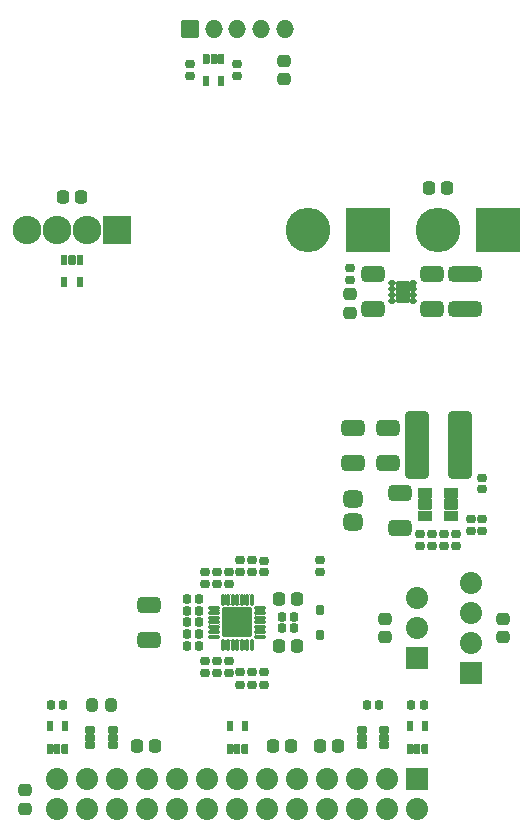
<source format=gts>
%TF.GenerationSoftware,KiCad,Pcbnew,6.0.11-3.fc37*%
%TF.CreationDate,2023-08-14T12:31:01+01:00*%
%TF.ProjectId,kitchen-led-strips,6b697463-6865-46e2-9d6c-65642d737472,1.0*%
%TF.SameCoordinates,Original*%
%TF.FileFunction,Soldermask,Top*%
%TF.FilePolarity,Negative*%
%FSLAX46Y46*%
G04 Gerber Fmt 4.6, Leading zero omitted, Abs format (unit mm)*
G04 Created by KiCad (PCBNEW 6.0.11-3.fc37) date 2023-08-14 12:31:01*
%MOMM*%
%LPD*%
G01*
G04 APERTURE LIST*
G04 Aperture macros list*
%AMRoundRect*
0 Rectangle with rounded corners*
0 $1 Rounding radius*
0 $2 $3 $4 $5 $6 $7 $8 $9 X,Y pos of 4 corners*
0 Add a 4 corners polygon primitive as box body*
4,1,4,$2,$3,$4,$5,$6,$7,$8,$9,$2,$3,0*
0 Add four circle primitives for the rounded corners*
1,1,$1+$1,$2,$3*
1,1,$1+$1,$4,$5*
1,1,$1+$1,$6,$7*
1,1,$1+$1,$8,$9*
0 Add four rect primitives between the rounded corners*
20,1,$1+$1,$2,$3,$4,$5,0*
20,1,$1+$1,$4,$5,$6,$7,0*
20,1,$1+$1,$6,$7,$8,$9,0*
20,1,$1+$1,$8,$9,$2,$3,0*%
G04 Aperture macros list end*
%ADD10RoundRect,0.223000X0.185000X-0.135000X0.185000X0.135000X-0.185000X0.135000X-0.185000X-0.135000X0*%
%ADD11RoundRect,0.138000X-0.362500X-0.050000X0.362500X-0.050000X0.362500X0.050000X-0.362500X0.050000X0*%
%ADD12RoundRect,0.138000X-0.050000X-0.362500X0.050000X-0.362500X0.050000X0.362500X-0.050000X0.362500X0*%
%ADD13RoundRect,0.088000X-1.175000X-1.175000X1.175000X-1.175000X1.175000X1.175000X-1.175000X1.175000X0*%
%ADD14RoundRect,0.088000X-1.800000X1.800000X-1.800000X-1.800000X1.800000X-1.800000X1.800000X1.800000X0*%
%ADD15O,3.776000X3.776000*%
%ADD16RoundRect,0.088000X-0.850000X0.850000X-0.850000X-0.850000X0.850000X-0.850000X0.850000X0.850000X0*%
%ADD17O,1.876000X1.876000*%
%ADD18RoundRect,0.223000X0.135000X0.185000X-0.135000X0.185000X-0.135000X-0.185000X0.135000X-0.185000X0*%
%ADD19RoundRect,0.088000X0.850000X0.850000X-0.850000X0.850000X-0.850000X-0.850000X0.850000X-0.850000X0*%
%ADD20RoundRect,0.338000X-0.650000X0.325000X-0.650000X-0.325000X0.650000X-0.325000X0.650000X0.325000X0*%
%ADD21RoundRect,0.223000X-0.185000X0.135000X-0.185000X-0.135000X0.185000X-0.135000X0.185000X0.135000X0*%
%ADD22RoundRect,0.088000X0.200000X-0.325000X0.200000X0.325000X-0.200000X0.325000X-0.200000X-0.325000X0*%
%ADD23RoundRect,0.088000X-0.300000X-0.210000X0.300000X-0.210000X0.300000X0.210000X-0.300000X0.210000X0*%
%ADD24RoundRect,0.313000X0.225000X0.250000X-0.225000X0.250000X-0.225000X-0.250000X0.225000X-0.250000X0*%
%ADD25RoundRect,0.409250X-0.413750X0.321250X-0.413750X-0.321250X0.413750X-0.321250X0.413750X0.321250X0*%
%ADD26RoundRect,0.088000X0.225000X-0.300000X0.225000X0.300000X-0.225000X0.300000X-0.225000X-0.300000X0*%
%ADD27RoundRect,0.313000X-0.225000X-0.250000X0.225000X-0.250000X0.225000X0.250000X-0.225000X0.250000X0*%
%ADD28RoundRect,0.088000X-0.200000X0.325000X-0.200000X-0.325000X0.200000X-0.325000X0.200000X0.325000X0*%
%ADD29RoundRect,0.223000X-0.135000X-0.185000X0.135000X-0.185000X0.135000X0.185000X-0.135000X0.185000X0*%
%ADD30RoundRect,0.273000X0.740000X2.565000X-0.740000X2.565000X-0.740000X-2.565000X0.740000X-2.565000X0*%
%ADD31RoundRect,0.088000X0.675000X-0.675000X0.675000X0.675000X-0.675000X0.675000X-0.675000X-0.675000X0*%
%ADD32O,1.526000X1.526000*%
%ADD33RoundRect,0.313000X0.250000X-0.225000X0.250000X0.225000X-0.250000X0.225000X-0.250000X-0.225000X0*%
%ADD34RoundRect,0.313000X-0.250000X0.225000X-0.250000X-0.225000X0.250000X-0.225000X0.250000X0.225000X0*%
%ADD35RoundRect,0.288000X-0.200000X-0.275000X0.200000X-0.275000X0.200000X0.275000X-0.200000X0.275000X0*%
%ADD36RoundRect,0.228000X0.170000X-0.140000X0.170000X0.140000X-0.170000X0.140000X-0.170000X-0.140000X0*%
%ADD37RoundRect,0.088000X-0.500000X-0.350000X0.500000X-0.350000X0.500000X0.350000X-0.500000X0.350000X0*%
%ADD38RoundRect,0.338000X1.075000X-0.312500X1.075000X0.312500X-1.075000X0.312500X-1.075000X-0.312500X0*%
%ADD39RoundRect,0.088000X-1.125000X1.125000X-1.125000X-1.125000X1.125000X-1.125000X1.125000X1.125000X0*%
%ADD40O,2.426000X2.426000*%
%ADD41RoundRect,0.338000X0.650000X-0.325000X0.650000X0.325000X-0.650000X0.325000X-0.650000X-0.325000X0*%
%ADD42RoundRect,0.175500X-0.152500X-0.087500X0.152500X-0.087500X0.152500X0.087500X-0.152500X0.087500X0*%
%ADD43RoundRect,0.183000X-0.095000X-0.155000X0.095000X-0.155000X0.095000X0.155000X-0.095000X0.155000X0*%
%ADD44RoundRect,0.088000X-0.510000X-0.830000X0.510000X-0.830000X0.510000X0.830000X-0.510000X0.830000X0*%
G04 APERTURE END LIST*
D10*
%TO.C,R14*%
X199260000Y-151760000D03*
X199260000Y-150740000D03*
%TD*%
%TO.C,R26*%
X199250000Y-159260000D03*
X199250000Y-158240000D03*
%TD*%
D11*
%TO.C,U3*%
X198062500Y-153800000D03*
X198062500Y-154200000D03*
X198062500Y-154600000D03*
X198062500Y-155000000D03*
X198062500Y-155400000D03*
X198062500Y-155800000D03*
X198062500Y-156200000D03*
D12*
X198800000Y-156937500D03*
X199200000Y-156937500D03*
X199600000Y-156937500D03*
X200000000Y-156937500D03*
X200400000Y-156937500D03*
X200800000Y-156937500D03*
X201200000Y-156937500D03*
D11*
X201937500Y-156200000D03*
X201937500Y-155800000D03*
X201937500Y-155400000D03*
X201937500Y-155000000D03*
X201937500Y-154600000D03*
X201937500Y-154200000D03*
X201937500Y-153800000D03*
D12*
X201200000Y-153062500D03*
X200800000Y-153062500D03*
X200400000Y-153062500D03*
X200000000Y-153062500D03*
X199600000Y-153062500D03*
X199200000Y-153062500D03*
X198800000Y-153062500D03*
D13*
X200000000Y-155000000D03*
%TD*%
D14*
%TO.C,CONN1*%
X211040000Y-121750000D03*
D15*
X205960000Y-121750000D03*
%TD*%
D16*
%TO.C,CONN5*%
X215240000Y-168250000D03*
D17*
X215240000Y-170790000D03*
X212700000Y-168250000D03*
X212700000Y-170790000D03*
X210160000Y-168250000D03*
X210160000Y-170790000D03*
X207620000Y-168250000D03*
X207620000Y-170790000D03*
X205080000Y-168250000D03*
X205080000Y-170790000D03*
X202540000Y-168250000D03*
X202540000Y-170790000D03*
X200000000Y-168250000D03*
X200000000Y-170790000D03*
X197460000Y-168250000D03*
X197460000Y-170790000D03*
X194920000Y-168250000D03*
X194920000Y-170790000D03*
X192380000Y-168250000D03*
X192380000Y-170790000D03*
X189840000Y-168250000D03*
X189840000Y-170790000D03*
X187300000Y-168250000D03*
X187300000Y-170790000D03*
X184760000Y-168250000D03*
X184760000Y-170790000D03*
%TD*%
D10*
%TO.C,R1*%
X209500000Y-126010000D03*
X209500000Y-124990000D03*
%TD*%
%TO.C,R28*%
X197250000Y-159260000D03*
X197250000Y-158240000D03*
%TD*%
D18*
%TO.C,R21*%
X204780000Y-155500000D03*
X203760000Y-155500000D03*
%TD*%
D19*
%TO.C,CONN7*%
X219750000Y-159310000D03*
D17*
X219750000Y-156770000D03*
X219750000Y-154230000D03*
X219750000Y-151690000D03*
%TD*%
D20*
%TO.C,C9*%
X209750000Y-138525000D03*
X209750000Y-141475000D03*
%TD*%
D21*
%TO.C,R11*%
X201250000Y-149740000D03*
X201250000Y-150760000D03*
%TD*%
D22*
%TO.C,D5*%
X184100000Y-165700000D03*
X184750000Y-165700000D03*
X185400000Y-165700000D03*
X185400000Y-163800000D03*
X184100000Y-163800000D03*
%TD*%
D23*
%TO.C,Q1*%
X210550000Y-164120000D03*
X210550000Y-164770000D03*
X210550000Y-165420000D03*
X212450000Y-165420000D03*
X212450000Y-164770000D03*
X212450000Y-164120000D03*
%TD*%
D21*
%TO.C,R8*%
X220750000Y-146240000D03*
X220750000Y-147260000D03*
%TD*%
D24*
%TO.C,C17*%
X208525000Y-165500000D03*
X206975000Y-165500000D03*
%TD*%
D25*
%TO.C,FB1*%
X209750000Y-144527500D03*
X209750000Y-146472500D03*
%TD*%
D26*
%TO.C,D3*%
X207000000Y-156050000D03*
X207000000Y-153950000D03*
%TD*%
D27*
%TO.C,C15*%
X191475000Y-165500000D03*
X193025000Y-165500000D03*
%TD*%
D10*
%TO.C,R9*%
X196000000Y-108760000D03*
X196000000Y-107740000D03*
%TD*%
D27*
%TO.C,C16*%
X202975000Y-165500000D03*
X204525000Y-165500000D03*
%TD*%
D18*
%TO.C,R20*%
X204770000Y-154500000D03*
X203750000Y-154500000D03*
%TD*%
D28*
%TO.C,D2*%
X198650000Y-107300000D03*
X198000000Y-107300000D03*
X197350000Y-107300000D03*
X197350000Y-109200000D03*
X198650000Y-109200000D03*
%TD*%
D29*
%TO.C,R22*%
X214740000Y-162000000D03*
X215760000Y-162000000D03*
%TD*%
D10*
%TO.C,R4*%
X216500000Y-148510000D03*
X216500000Y-147490000D03*
%TD*%
D29*
%TO.C,R24*%
X195740000Y-157000000D03*
X196760000Y-157000000D03*
%TD*%
D14*
%TO.C,CONN2*%
X222040000Y-121750000D03*
D15*
X216960000Y-121750000D03*
%TD*%
D30*
%TO.C,L1*%
X218825000Y-140000000D03*
X215175000Y-140000000D03*
%TD*%
D10*
%TO.C,R15*%
X198260000Y-151760000D03*
X198260000Y-150740000D03*
%TD*%
D24*
%TO.C,C5*%
X186775000Y-119000000D03*
X185225000Y-119000000D03*
%TD*%
D31*
%TO.C,CONN4*%
X196000000Y-104750000D03*
D32*
X198000000Y-104750000D03*
X200000000Y-104750000D03*
X202000000Y-104750000D03*
X204000000Y-104750000D03*
%TD*%
D18*
%TO.C,R17*%
X196760000Y-153000000D03*
X195740000Y-153000000D03*
%TD*%
%TO.C,R32*%
X185260000Y-162000000D03*
X184240000Y-162000000D03*
%TD*%
D33*
%TO.C,C20*%
X222500000Y-156275000D03*
X222500000Y-154725000D03*
%TD*%
D10*
%TO.C,R13*%
X207000000Y-149740000D03*
X207000000Y-150760000D03*
%TD*%
D21*
%TO.C,R30*%
X201250000Y-159240000D03*
X201250000Y-160260000D03*
%TD*%
D27*
%TO.C,C13*%
X203485000Y-153000000D03*
X205035000Y-153000000D03*
%TD*%
%TO.C,C14*%
X203485000Y-157000000D03*
X205035000Y-157000000D03*
%TD*%
D20*
%TO.C,C10*%
X192500000Y-153525000D03*
X192500000Y-156475000D03*
%TD*%
%TO.C,C8*%
X212750000Y-138525000D03*
X212750000Y-141475000D03*
%TD*%
D22*
%TO.C,D6*%
X214600000Y-165700000D03*
X215250000Y-165700000D03*
X215900000Y-165700000D03*
X215900000Y-163800000D03*
X214600000Y-163800000D03*
%TD*%
D10*
%TO.C,R7*%
X219750000Y-147260000D03*
X219750000Y-146240000D03*
%TD*%
D34*
%TO.C,C11*%
X203910000Y-107475000D03*
X203910000Y-109025000D03*
%TD*%
%TO.C,C19*%
X212500000Y-154725000D03*
X212500000Y-156275000D03*
%TD*%
D10*
%TO.C,R25*%
X200250000Y-160260000D03*
X200250000Y-159240000D03*
%TD*%
D27*
%TO.C,C4*%
X216225000Y-118250000D03*
X217775000Y-118250000D03*
%TD*%
D34*
%TO.C,C2*%
X209500000Y-127225000D03*
X209500000Y-128775000D03*
%TD*%
D35*
%TO.C,R33*%
X187675000Y-162000000D03*
X189325000Y-162000000D03*
%TD*%
D21*
%TO.C,R3*%
X215500000Y-147490000D03*
X215500000Y-148510000D03*
%TD*%
%TO.C,R5*%
X217500000Y-147490000D03*
X217500000Y-148510000D03*
%TD*%
D33*
%TO.C,C18*%
X182000000Y-170775000D03*
X182000000Y-169225000D03*
%TD*%
D36*
%TO.C,C12*%
X202250000Y-150730000D03*
X202250000Y-149770000D03*
%TD*%
D23*
%TO.C,Q2*%
X187550000Y-164100000D03*
X187550000Y-164750000D03*
X187550000Y-165400000D03*
X189450000Y-165400000D03*
X189450000Y-164750000D03*
X189450000Y-164100000D03*
%TD*%
D22*
%TO.C,D4*%
X199350000Y-165700000D03*
X200000000Y-165700000D03*
X200650000Y-165700000D03*
X200650000Y-163800000D03*
X199350000Y-163800000D03*
%TD*%
D10*
%TO.C,R27*%
X198250000Y-159260000D03*
X198250000Y-158240000D03*
%TD*%
D28*
%TO.C,D1*%
X186650000Y-124300000D03*
X186000000Y-124300000D03*
X185350000Y-124300000D03*
X185350000Y-126200000D03*
X186650000Y-126200000D03*
%TD*%
D20*
%TO.C,C3*%
X216500000Y-125525000D03*
X216500000Y-128475000D03*
%TD*%
D10*
%TO.C,R10*%
X200000000Y-108760000D03*
X200000000Y-107740000D03*
%TD*%
D18*
%TO.C,R19*%
X196760000Y-155000000D03*
X195740000Y-155000000D03*
%TD*%
D37*
%TO.C,U2*%
X215900000Y-144050000D03*
X215900000Y-145000000D03*
X215900000Y-145950000D03*
X218100000Y-145950000D03*
X218100000Y-145000000D03*
X218100000Y-144050000D03*
%TD*%
D20*
%TO.C,C1*%
X211500000Y-125525000D03*
X211500000Y-128475000D03*
%TD*%
D38*
%TO.C,R2*%
X219250000Y-128462500D03*
X219250000Y-125537500D03*
%TD*%
D39*
%TO.C,CONN3*%
X189810000Y-121750000D03*
D40*
X187270000Y-121750000D03*
X184730000Y-121750000D03*
X182190000Y-121750000D03*
%TD*%
D10*
%TO.C,R16*%
X197260000Y-151760000D03*
X197260000Y-150740000D03*
%TD*%
D21*
%TO.C,R29*%
X202250000Y-159240000D03*
X202250000Y-160260000D03*
%TD*%
D41*
%TO.C,C6*%
X213750000Y-146975000D03*
X213750000Y-144025000D03*
%TD*%
D18*
%TO.C,R31*%
X196760000Y-156000000D03*
X195740000Y-156000000D03*
%TD*%
D29*
%TO.C,R23*%
X210990000Y-162000000D03*
X212010000Y-162000000D03*
%TD*%
D36*
%TO.C,C7*%
X220750000Y-143730000D03*
X220750000Y-142770000D03*
%TD*%
D19*
%TO.C,CONN6*%
X215250000Y-158040000D03*
D17*
X215250000Y-155500000D03*
X215250000Y-152960000D03*
%TD*%
D21*
%TO.C,R6*%
X218500000Y-147490000D03*
X218500000Y-148510000D03*
%TD*%
D42*
%TO.C,U1*%
X213090000Y-126250000D03*
X213090000Y-126750000D03*
X213090000Y-127250000D03*
X213090000Y-127750000D03*
X214910000Y-127750000D03*
X214910000Y-127250000D03*
X214910000Y-126750000D03*
D43*
X214860000Y-126500000D03*
D42*
X214910000Y-126250000D03*
D44*
X214000000Y-127000000D03*
%TD*%
D21*
%TO.C,R12*%
X200260000Y-149740000D03*
X200260000Y-150760000D03*
%TD*%
D18*
%TO.C,R18*%
X196770000Y-154000000D03*
X195750000Y-154000000D03*
%TD*%
G36*
X200288549Y-165368289D02*
G01*
X200303979Y-165391382D01*
X200332381Y-165397032D01*
X200356641Y-165380822D01*
X200360874Y-165370605D01*
X200362461Y-165369387D01*
X200364309Y-165370153D01*
X200364684Y-165371760D01*
X200364000Y-165375199D01*
X200364000Y-166024801D01*
X200365076Y-166030210D01*
X200364433Y-166032104D01*
X200362471Y-166032494D01*
X200361451Y-166031711D01*
X200346021Y-166008618D01*
X200317619Y-166002968D01*
X200293359Y-166019178D01*
X200289126Y-166029395D01*
X200287539Y-166030613D01*
X200285691Y-166029847D01*
X200285316Y-166028240D01*
X200286000Y-166024801D01*
X200286000Y-165375199D01*
X200284924Y-165369790D01*
X200285567Y-165367896D01*
X200287529Y-165367506D01*
X200288549Y-165368289D01*
G37*
G36*
X215538549Y-165368289D02*
G01*
X215553979Y-165391382D01*
X215582381Y-165397032D01*
X215606641Y-165380822D01*
X215610874Y-165370605D01*
X215612461Y-165369387D01*
X215614309Y-165370153D01*
X215614684Y-165371760D01*
X215614000Y-165375199D01*
X215614000Y-166024801D01*
X215615076Y-166030210D01*
X215614433Y-166032104D01*
X215612471Y-166032494D01*
X215611451Y-166031711D01*
X215596021Y-166008618D01*
X215567619Y-166002968D01*
X215543359Y-166019178D01*
X215539126Y-166029395D01*
X215537539Y-166030613D01*
X215535691Y-166029847D01*
X215535316Y-166028240D01*
X215536000Y-166024801D01*
X215536000Y-165375199D01*
X215534924Y-165369790D01*
X215535567Y-165367896D01*
X215537529Y-165367506D01*
X215538549Y-165368289D01*
G37*
G36*
X199638549Y-165368289D02*
G01*
X199653979Y-165391382D01*
X199682381Y-165397032D01*
X199706641Y-165380822D01*
X199710874Y-165370605D01*
X199712461Y-165369387D01*
X199714309Y-165370153D01*
X199714684Y-165371760D01*
X199714000Y-165375199D01*
X199714000Y-166024801D01*
X199715076Y-166030210D01*
X199714433Y-166032104D01*
X199712471Y-166032494D01*
X199711451Y-166031711D01*
X199696021Y-166008618D01*
X199667619Y-166002968D01*
X199643359Y-166019178D01*
X199639126Y-166029395D01*
X199637539Y-166030613D01*
X199635691Y-166029847D01*
X199635316Y-166028240D01*
X199636000Y-166024801D01*
X199636000Y-165375199D01*
X199634924Y-165369790D01*
X199635567Y-165367896D01*
X199637529Y-165367506D01*
X199638549Y-165368289D01*
G37*
G36*
X185038549Y-165368289D02*
G01*
X185053979Y-165391382D01*
X185082381Y-165397032D01*
X185106641Y-165380822D01*
X185110874Y-165370605D01*
X185112461Y-165369387D01*
X185114309Y-165370153D01*
X185114684Y-165371760D01*
X185114000Y-165375199D01*
X185114000Y-166024801D01*
X185115076Y-166030210D01*
X185114433Y-166032104D01*
X185112471Y-166032494D01*
X185111451Y-166031711D01*
X185096021Y-166008618D01*
X185067619Y-166002968D01*
X185043359Y-166019178D01*
X185039126Y-166029395D01*
X185037539Y-166030613D01*
X185035691Y-166029847D01*
X185035316Y-166028240D01*
X185036000Y-166024801D01*
X185036000Y-165375199D01*
X185034924Y-165369790D01*
X185035567Y-165367896D01*
X185037529Y-165367506D01*
X185038549Y-165368289D01*
G37*
G36*
X214888549Y-165368289D02*
G01*
X214903979Y-165391382D01*
X214932381Y-165397032D01*
X214956641Y-165380822D01*
X214960874Y-165370605D01*
X214962461Y-165369387D01*
X214964309Y-165370153D01*
X214964684Y-165371760D01*
X214964000Y-165375199D01*
X214964000Y-166024801D01*
X214965076Y-166030210D01*
X214964433Y-166032104D01*
X214962471Y-166032494D01*
X214961451Y-166031711D01*
X214946021Y-166008618D01*
X214917619Y-166002968D01*
X214893359Y-166019178D01*
X214889126Y-166029395D01*
X214887539Y-166030613D01*
X214885691Y-166029847D01*
X214885316Y-166028240D01*
X214886000Y-166024801D01*
X214886000Y-165375199D01*
X214884924Y-165369790D01*
X214885567Y-165367896D01*
X214887529Y-165367506D01*
X214888549Y-165368289D01*
G37*
G36*
X184388549Y-165368289D02*
G01*
X184403979Y-165391382D01*
X184432381Y-165397032D01*
X184456641Y-165380822D01*
X184460874Y-165370605D01*
X184462461Y-165369387D01*
X184464309Y-165370153D01*
X184464684Y-165371760D01*
X184464000Y-165375199D01*
X184464000Y-166024801D01*
X184465076Y-166030210D01*
X184464433Y-166032104D01*
X184462471Y-166032494D01*
X184461451Y-166031711D01*
X184446021Y-166008618D01*
X184417619Y-166002968D01*
X184393359Y-166019178D01*
X184389126Y-166029395D01*
X184387539Y-166030613D01*
X184385691Y-166029847D01*
X184385316Y-166028240D01*
X184386000Y-166024801D01*
X184386000Y-165375199D01*
X184384924Y-165369790D01*
X184385567Y-165367896D01*
X184387529Y-165367506D01*
X184388549Y-165368289D01*
G37*
G36*
X210883212Y-165060373D02*
G01*
X210883602Y-165062335D01*
X210883237Y-165062813D01*
X210883297Y-165062853D01*
X210866749Y-165087619D01*
X210872442Y-165116238D01*
X210883048Y-165126844D01*
X210882963Y-165126929D01*
X210883703Y-165128449D01*
X210882583Y-165130106D01*
X210881318Y-165130270D01*
X210849801Y-165124000D01*
X210250199Y-165124000D01*
X210218682Y-165130270D01*
X210216788Y-165129627D01*
X210216398Y-165127665D01*
X210216763Y-165127187D01*
X210216703Y-165127147D01*
X210233251Y-165102381D01*
X210227558Y-165073762D01*
X210216952Y-165063156D01*
X210217037Y-165063071D01*
X210216297Y-165061551D01*
X210217417Y-165059894D01*
X210218682Y-165059730D01*
X210250199Y-165066000D01*
X210849801Y-165066000D01*
X210881318Y-165059730D01*
X210883212Y-165060373D01*
G37*
G36*
X212783212Y-165060373D02*
G01*
X212783602Y-165062335D01*
X212783237Y-165062813D01*
X212783297Y-165062853D01*
X212766749Y-165087619D01*
X212772442Y-165116238D01*
X212783048Y-165126844D01*
X212782963Y-165126929D01*
X212783703Y-165128449D01*
X212782583Y-165130106D01*
X212781318Y-165130270D01*
X212749801Y-165124000D01*
X212150199Y-165124000D01*
X212118682Y-165130270D01*
X212116788Y-165129627D01*
X212116398Y-165127665D01*
X212116763Y-165127187D01*
X212116703Y-165127147D01*
X212133251Y-165102381D01*
X212127558Y-165073762D01*
X212116952Y-165063156D01*
X212117037Y-165063071D01*
X212116297Y-165061551D01*
X212117417Y-165059894D01*
X212118682Y-165059730D01*
X212150199Y-165066000D01*
X212749801Y-165066000D01*
X212781318Y-165059730D01*
X212783212Y-165060373D01*
G37*
G36*
X189783212Y-165040373D02*
G01*
X189783602Y-165042335D01*
X189783237Y-165042813D01*
X189783297Y-165042853D01*
X189766749Y-165067619D01*
X189772442Y-165096238D01*
X189783048Y-165106844D01*
X189782963Y-165106929D01*
X189783703Y-165108449D01*
X189782583Y-165110106D01*
X189781318Y-165110270D01*
X189749801Y-165104000D01*
X189150199Y-165104000D01*
X189118682Y-165110270D01*
X189116788Y-165109627D01*
X189116398Y-165107665D01*
X189116763Y-165107187D01*
X189116703Y-165107147D01*
X189133251Y-165082381D01*
X189127558Y-165053762D01*
X189116952Y-165043156D01*
X189117037Y-165043071D01*
X189116297Y-165041551D01*
X189117417Y-165039894D01*
X189118682Y-165039730D01*
X189150199Y-165046000D01*
X189749801Y-165046000D01*
X189781318Y-165039730D01*
X189783212Y-165040373D01*
G37*
G36*
X187883212Y-165040373D02*
G01*
X187883602Y-165042335D01*
X187883237Y-165042813D01*
X187883297Y-165042853D01*
X187866749Y-165067619D01*
X187872442Y-165096238D01*
X187883048Y-165106844D01*
X187882963Y-165106929D01*
X187883703Y-165108449D01*
X187882583Y-165110106D01*
X187881318Y-165110270D01*
X187849801Y-165104000D01*
X187250199Y-165104000D01*
X187218682Y-165110270D01*
X187216788Y-165109627D01*
X187216398Y-165107665D01*
X187216763Y-165107187D01*
X187216703Y-165107147D01*
X187233251Y-165082381D01*
X187227558Y-165053762D01*
X187216952Y-165043156D01*
X187217037Y-165043071D01*
X187216297Y-165041551D01*
X187217417Y-165039894D01*
X187218682Y-165039730D01*
X187250199Y-165046000D01*
X187849801Y-165046000D01*
X187881318Y-165039730D01*
X187883212Y-165040373D01*
G37*
G36*
X212783212Y-164410373D02*
G01*
X212783602Y-164412335D01*
X212783237Y-164412813D01*
X212783297Y-164412853D01*
X212766749Y-164437619D01*
X212772442Y-164466238D01*
X212783048Y-164476844D01*
X212782963Y-164476929D01*
X212783703Y-164478449D01*
X212782583Y-164480106D01*
X212781318Y-164480270D01*
X212749801Y-164474000D01*
X212150199Y-164474000D01*
X212118682Y-164480270D01*
X212116788Y-164479627D01*
X212116398Y-164477665D01*
X212116763Y-164477187D01*
X212116703Y-164477147D01*
X212133251Y-164452381D01*
X212127558Y-164423762D01*
X212116952Y-164413156D01*
X212117037Y-164413071D01*
X212116297Y-164411551D01*
X212117417Y-164409894D01*
X212118682Y-164409730D01*
X212150199Y-164416000D01*
X212749801Y-164416000D01*
X212781318Y-164409730D01*
X212783212Y-164410373D01*
G37*
G36*
X210883212Y-164410373D02*
G01*
X210883602Y-164412335D01*
X210883237Y-164412813D01*
X210883297Y-164412853D01*
X210866749Y-164437619D01*
X210872442Y-164466238D01*
X210883048Y-164476844D01*
X210882963Y-164476929D01*
X210883703Y-164478449D01*
X210882583Y-164480106D01*
X210881318Y-164480270D01*
X210849801Y-164474000D01*
X210250199Y-164474000D01*
X210218682Y-164480270D01*
X210216788Y-164479627D01*
X210216398Y-164477665D01*
X210216763Y-164477187D01*
X210216703Y-164477147D01*
X210233251Y-164452381D01*
X210227558Y-164423762D01*
X210216952Y-164413156D01*
X210217037Y-164413071D01*
X210216297Y-164411551D01*
X210217417Y-164409894D01*
X210218682Y-164409730D01*
X210250199Y-164416000D01*
X210849801Y-164416000D01*
X210881318Y-164409730D01*
X210883212Y-164410373D01*
G37*
G36*
X187883212Y-164390373D02*
G01*
X187883602Y-164392335D01*
X187883237Y-164392813D01*
X187883297Y-164392853D01*
X187866749Y-164417619D01*
X187872442Y-164446238D01*
X187883048Y-164456844D01*
X187882963Y-164456929D01*
X187883703Y-164458449D01*
X187882583Y-164460106D01*
X187881318Y-164460270D01*
X187849801Y-164454000D01*
X187250199Y-164454000D01*
X187218682Y-164460270D01*
X187216788Y-164459627D01*
X187216398Y-164457665D01*
X187216763Y-164457187D01*
X187216703Y-164457147D01*
X187233251Y-164432381D01*
X187227558Y-164403762D01*
X187216952Y-164393156D01*
X187217037Y-164393071D01*
X187216297Y-164391551D01*
X187217417Y-164389894D01*
X187218682Y-164389730D01*
X187250199Y-164396000D01*
X187849801Y-164396000D01*
X187881318Y-164389730D01*
X187883212Y-164390373D01*
G37*
G36*
X189783212Y-164390373D02*
G01*
X189783602Y-164392335D01*
X189783237Y-164392813D01*
X189783297Y-164392853D01*
X189766749Y-164417619D01*
X189772442Y-164446238D01*
X189783048Y-164456844D01*
X189782963Y-164456929D01*
X189783703Y-164458449D01*
X189782583Y-164460106D01*
X189781318Y-164460270D01*
X189749801Y-164454000D01*
X189150199Y-164454000D01*
X189118682Y-164460270D01*
X189116788Y-164459627D01*
X189116398Y-164457665D01*
X189116763Y-164457187D01*
X189116703Y-164457147D01*
X189133251Y-164432381D01*
X189127558Y-164403762D01*
X189116952Y-164393156D01*
X189117037Y-164393071D01*
X189116297Y-164391551D01*
X189117417Y-164389894D01*
X189118682Y-164389730D01*
X189150199Y-164396000D01*
X189749801Y-164396000D01*
X189781318Y-164389730D01*
X189783212Y-164390373D01*
G37*
G36*
X198969523Y-156506933D02*
G01*
X198992619Y-156522365D01*
X199021239Y-156516671D01*
X199029058Y-156508852D01*
X199030990Y-156508334D01*
X199032404Y-156509748D01*
X199032135Y-156511377D01*
X199024390Y-156522969D01*
X199014000Y-156575199D01*
X199014000Y-157299801D01*
X199024390Y-157352031D01*
X199033251Y-157365293D01*
X199033382Y-157367289D01*
X199031719Y-157368400D01*
X199030477Y-157368067D01*
X199007381Y-157352635D01*
X198978761Y-157358329D01*
X198970942Y-157366148D01*
X198969010Y-157366666D01*
X198967596Y-157365252D01*
X198967865Y-157363623D01*
X198975610Y-157352031D01*
X198986000Y-157299801D01*
X198986000Y-156575199D01*
X198975610Y-156522969D01*
X198966749Y-156509707D01*
X198966618Y-156507711D01*
X198968281Y-156506600D01*
X198969523Y-156506933D01*
G37*
G36*
X200969523Y-156506933D02*
G01*
X200992619Y-156522365D01*
X201021239Y-156516671D01*
X201029058Y-156508852D01*
X201030990Y-156508334D01*
X201032404Y-156509748D01*
X201032135Y-156511377D01*
X201024390Y-156522969D01*
X201014000Y-156575199D01*
X201014000Y-157299801D01*
X201024390Y-157352031D01*
X201033251Y-157365293D01*
X201033382Y-157367289D01*
X201031719Y-157368400D01*
X201030477Y-157368067D01*
X201007381Y-157352635D01*
X200978761Y-157358329D01*
X200970942Y-157366148D01*
X200969010Y-157366666D01*
X200967596Y-157365252D01*
X200967865Y-157363623D01*
X200975610Y-157352031D01*
X200986000Y-157299801D01*
X200986000Y-156575199D01*
X200975610Y-156522969D01*
X200966749Y-156509707D01*
X200966618Y-156507711D01*
X200968281Y-156506600D01*
X200969523Y-156506933D01*
G37*
G36*
X200569523Y-156506933D02*
G01*
X200592619Y-156522365D01*
X200621239Y-156516671D01*
X200629058Y-156508852D01*
X200630990Y-156508334D01*
X200632404Y-156509748D01*
X200632135Y-156511377D01*
X200624390Y-156522969D01*
X200614000Y-156575199D01*
X200614000Y-157299801D01*
X200624390Y-157352031D01*
X200633251Y-157365293D01*
X200633382Y-157367289D01*
X200631719Y-157368400D01*
X200630477Y-157368067D01*
X200607381Y-157352635D01*
X200578761Y-157358329D01*
X200570942Y-157366148D01*
X200569010Y-157366666D01*
X200567596Y-157365252D01*
X200567865Y-157363623D01*
X200575610Y-157352031D01*
X200586000Y-157299801D01*
X200586000Y-156575199D01*
X200575610Y-156522969D01*
X200566749Y-156509707D01*
X200566618Y-156507711D01*
X200568281Y-156506600D01*
X200569523Y-156506933D01*
G37*
G36*
X199369523Y-156506933D02*
G01*
X199392619Y-156522365D01*
X199421239Y-156516671D01*
X199429058Y-156508852D01*
X199430990Y-156508334D01*
X199432404Y-156509748D01*
X199432135Y-156511377D01*
X199424390Y-156522969D01*
X199414000Y-156575199D01*
X199414000Y-157299801D01*
X199424390Y-157352031D01*
X199433251Y-157365293D01*
X199433382Y-157367289D01*
X199431719Y-157368400D01*
X199430477Y-157368067D01*
X199407381Y-157352635D01*
X199378761Y-157358329D01*
X199370942Y-157366148D01*
X199369010Y-157366666D01*
X199367596Y-157365252D01*
X199367865Y-157363623D01*
X199375610Y-157352031D01*
X199386000Y-157299801D01*
X199386000Y-156575199D01*
X199375610Y-156522969D01*
X199366749Y-156509707D01*
X199366618Y-156507711D01*
X199368281Y-156506600D01*
X199369523Y-156506933D01*
G37*
G36*
X200169523Y-156506933D02*
G01*
X200192619Y-156522365D01*
X200221239Y-156516671D01*
X200229058Y-156508852D01*
X200230990Y-156508334D01*
X200232404Y-156509748D01*
X200232135Y-156511377D01*
X200224390Y-156522969D01*
X200214000Y-156575199D01*
X200214000Y-157299801D01*
X200224390Y-157352031D01*
X200233251Y-157365293D01*
X200233382Y-157367289D01*
X200231719Y-157368400D01*
X200230477Y-157368067D01*
X200207381Y-157352635D01*
X200178761Y-157358329D01*
X200170942Y-157366148D01*
X200169010Y-157366666D01*
X200167596Y-157365252D01*
X200167865Y-157363623D01*
X200175610Y-157352031D01*
X200186000Y-157299801D01*
X200186000Y-156575199D01*
X200175610Y-156522969D01*
X200166749Y-156509707D01*
X200166618Y-156507711D01*
X200168281Y-156506600D01*
X200169523Y-156506933D01*
G37*
G36*
X199769523Y-156506933D02*
G01*
X199792619Y-156522365D01*
X199821239Y-156516671D01*
X199829058Y-156508852D01*
X199830990Y-156508334D01*
X199832404Y-156509748D01*
X199832135Y-156511377D01*
X199824390Y-156522969D01*
X199814000Y-156575199D01*
X199814000Y-157299801D01*
X199824390Y-157352031D01*
X199833251Y-157365293D01*
X199833382Y-157367289D01*
X199831719Y-157368400D01*
X199830477Y-157368067D01*
X199807381Y-157352635D01*
X199778761Y-157358329D01*
X199770942Y-157366148D01*
X199769010Y-157366666D01*
X199767596Y-157365252D01*
X199767865Y-157363623D01*
X199775610Y-157352031D01*
X199786000Y-157299801D01*
X199786000Y-156575199D01*
X199775610Y-156522969D01*
X199766749Y-156509707D01*
X199766618Y-156507711D01*
X199768281Y-156506600D01*
X199769523Y-156506933D01*
G37*
G36*
X202368400Y-155968281D02*
G01*
X202368067Y-155969523D01*
X202352635Y-155992619D01*
X202358329Y-156021239D01*
X202366148Y-156029058D01*
X202366666Y-156030990D01*
X202365252Y-156032404D01*
X202363623Y-156032135D01*
X202352031Y-156024390D01*
X202299801Y-156014000D01*
X201575199Y-156014000D01*
X201522969Y-156024390D01*
X201509707Y-156033251D01*
X201507711Y-156033382D01*
X201506600Y-156031719D01*
X201506933Y-156030477D01*
X201522365Y-156007381D01*
X201516671Y-155978761D01*
X201508852Y-155970942D01*
X201508334Y-155969010D01*
X201509748Y-155967596D01*
X201511377Y-155967865D01*
X201522969Y-155975610D01*
X201575199Y-155986000D01*
X202299801Y-155986000D01*
X202352031Y-155975610D01*
X202365293Y-155966749D01*
X202367289Y-155966618D01*
X202368400Y-155968281D01*
G37*
G36*
X198493400Y-155968281D02*
G01*
X198493067Y-155969523D01*
X198477635Y-155992619D01*
X198483329Y-156021239D01*
X198491148Y-156029058D01*
X198491666Y-156030990D01*
X198490252Y-156032404D01*
X198488623Y-156032135D01*
X198477031Y-156024390D01*
X198424801Y-156014000D01*
X197700199Y-156014000D01*
X197647969Y-156024390D01*
X197634707Y-156033251D01*
X197632711Y-156033382D01*
X197631600Y-156031719D01*
X197631933Y-156030477D01*
X197647365Y-156007381D01*
X197641671Y-155978761D01*
X197633852Y-155970942D01*
X197633334Y-155969010D01*
X197634748Y-155967596D01*
X197636377Y-155967865D01*
X197647969Y-155975610D01*
X197700199Y-155986000D01*
X198424801Y-155986000D01*
X198477031Y-155975610D01*
X198490293Y-155966749D01*
X198492289Y-155966618D01*
X198493400Y-155968281D01*
G37*
G36*
X202368400Y-155568281D02*
G01*
X202368067Y-155569523D01*
X202352635Y-155592619D01*
X202358329Y-155621239D01*
X202366148Y-155629058D01*
X202366666Y-155630990D01*
X202365252Y-155632404D01*
X202363623Y-155632135D01*
X202352031Y-155624390D01*
X202299801Y-155614000D01*
X201575199Y-155614000D01*
X201522969Y-155624390D01*
X201509707Y-155633251D01*
X201507711Y-155633382D01*
X201506600Y-155631719D01*
X201506933Y-155630477D01*
X201522365Y-155607381D01*
X201516671Y-155578761D01*
X201508852Y-155570942D01*
X201508334Y-155569010D01*
X201509748Y-155567596D01*
X201511377Y-155567865D01*
X201522969Y-155575610D01*
X201575199Y-155586000D01*
X202299801Y-155586000D01*
X202352031Y-155575610D01*
X202365293Y-155566749D01*
X202367289Y-155566618D01*
X202368400Y-155568281D01*
G37*
G36*
X198493400Y-155568281D02*
G01*
X198493067Y-155569523D01*
X198477635Y-155592619D01*
X198483329Y-155621239D01*
X198491148Y-155629058D01*
X198491666Y-155630990D01*
X198490252Y-155632404D01*
X198488623Y-155632135D01*
X198477031Y-155624390D01*
X198424801Y-155614000D01*
X197700199Y-155614000D01*
X197647969Y-155624390D01*
X197634707Y-155633251D01*
X197632711Y-155633382D01*
X197631600Y-155631719D01*
X197631933Y-155630477D01*
X197647365Y-155607381D01*
X197641671Y-155578761D01*
X197633852Y-155570942D01*
X197633334Y-155569010D01*
X197634748Y-155567596D01*
X197636377Y-155567865D01*
X197647969Y-155575610D01*
X197700199Y-155586000D01*
X198424801Y-155586000D01*
X198477031Y-155575610D01*
X198490293Y-155566749D01*
X198492289Y-155566618D01*
X198493400Y-155568281D01*
G37*
G36*
X202368400Y-155168281D02*
G01*
X202368067Y-155169523D01*
X202352635Y-155192619D01*
X202358329Y-155221239D01*
X202366148Y-155229058D01*
X202366666Y-155230990D01*
X202365252Y-155232404D01*
X202363623Y-155232135D01*
X202352031Y-155224390D01*
X202299801Y-155214000D01*
X201575199Y-155214000D01*
X201522969Y-155224390D01*
X201509707Y-155233251D01*
X201507711Y-155233382D01*
X201506600Y-155231719D01*
X201506933Y-155230477D01*
X201522365Y-155207381D01*
X201516671Y-155178761D01*
X201508852Y-155170942D01*
X201508334Y-155169010D01*
X201509748Y-155167596D01*
X201511377Y-155167865D01*
X201522969Y-155175610D01*
X201575199Y-155186000D01*
X202299801Y-155186000D01*
X202352031Y-155175610D01*
X202365293Y-155166749D01*
X202367289Y-155166618D01*
X202368400Y-155168281D01*
G37*
G36*
X198493400Y-155168281D02*
G01*
X198493067Y-155169523D01*
X198477635Y-155192619D01*
X198483329Y-155221239D01*
X198491148Y-155229058D01*
X198491666Y-155230990D01*
X198490252Y-155232404D01*
X198488623Y-155232135D01*
X198477031Y-155224390D01*
X198424801Y-155214000D01*
X197700199Y-155214000D01*
X197647969Y-155224390D01*
X197634707Y-155233251D01*
X197632711Y-155233382D01*
X197631600Y-155231719D01*
X197631933Y-155230477D01*
X197647365Y-155207381D01*
X197641671Y-155178761D01*
X197633852Y-155170942D01*
X197633334Y-155169010D01*
X197634748Y-155167596D01*
X197636377Y-155167865D01*
X197647969Y-155175610D01*
X197700199Y-155186000D01*
X198424801Y-155186000D01*
X198477031Y-155175610D01*
X198490293Y-155166749D01*
X198492289Y-155166618D01*
X198493400Y-155168281D01*
G37*
G36*
X202368400Y-154768281D02*
G01*
X202368067Y-154769523D01*
X202352635Y-154792619D01*
X202358329Y-154821239D01*
X202366148Y-154829058D01*
X202366666Y-154830990D01*
X202365252Y-154832404D01*
X202363623Y-154832135D01*
X202352031Y-154824390D01*
X202299801Y-154814000D01*
X201575199Y-154814000D01*
X201522969Y-154824390D01*
X201509707Y-154833251D01*
X201507711Y-154833382D01*
X201506600Y-154831719D01*
X201506933Y-154830477D01*
X201522365Y-154807381D01*
X201516671Y-154778761D01*
X201508852Y-154770942D01*
X201508334Y-154769010D01*
X201509748Y-154767596D01*
X201511377Y-154767865D01*
X201522969Y-154775610D01*
X201575199Y-154786000D01*
X202299801Y-154786000D01*
X202352031Y-154775610D01*
X202365293Y-154766749D01*
X202367289Y-154766618D01*
X202368400Y-154768281D01*
G37*
G36*
X198493400Y-154768281D02*
G01*
X198493067Y-154769523D01*
X198477635Y-154792619D01*
X198483329Y-154821239D01*
X198491148Y-154829058D01*
X198491666Y-154830990D01*
X198490252Y-154832404D01*
X198488623Y-154832135D01*
X198477031Y-154824390D01*
X198424801Y-154814000D01*
X197700199Y-154814000D01*
X197647969Y-154824390D01*
X197634707Y-154833251D01*
X197632711Y-154833382D01*
X197631600Y-154831719D01*
X197631933Y-154830477D01*
X197647365Y-154807381D01*
X197641671Y-154778761D01*
X197633852Y-154770942D01*
X197633334Y-154769010D01*
X197634748Y-154767596D01*
X197636377Y-154767865D01*
X197647969Y-154775610D01*
X197700199Y-154786000D01*
X198424801Y-154786000D01*
X198477031Y-154775610D01*
X198490293Y-154766749D01*
X198492289Y-154766618D01*
X198493400Y-154768281D01*
G37*
G36*
X202368400Y-154368281D02*
G01*
X202368067Y-154369523D01*
X202352635Y-154392619D01*
X202358329Y-154421239D01*
X202366148Y-154429058D01*
X202366666Y-154430990D01*
X202365252Y-154432404D01*
X202363623Y-154432135D01*
X202352031Y-154424390D01*
X202299801Y-154414000D01*
X201575199Y-154414000D01*
X201522969Y-154424390D01*
X201509707Y-154433251D01*
X201507711Y-154433382D01*
X201506600Y-154431719D01*
X201506933Y-154430477D01*
X201522365Y-154407381D01*
X201516671Y-154378761D01*
X201508852Y-154370942D01*
X201508334Y-154369010D01*
X201509748Y-154367596D01*
X201511377Y-154367865D01*
X201522969Y-154375610D01*
X201575199Y-154386000D01*
X202299801Y-154386000D01*
X202352031Y-154375610D01*
X202365293Y-154366749D01*
X202367289Y-154366618D01*
X202368400Y-154368281D01*
G37*
G36*
X198493400Y-154368281D02*
G01*
X198493067Y-154369523D01*
X198477635Y-154392619D01*
X198483329Y-154421239D01*
X198491148Y-154429058D01*
X198491666Y-154430990D01*
X198490252Y-154432404D01*
X198488623Y-154432135D01*
X198477031Y-154424390D01*
X198424801Y-154414000D01*
X197700199Y-154414000D01*
X197647969Y-154424390D01*
X197634707Y-154433251D01*
X197632711Y-154433382D01*
X197631600Y-154431719D01*
X197631933Y-154430477D01*
X197647365Y-154407381D01*
X197641671Y-154378761D01*
X197633852Y-154370942D01*
X197633334Y-154369010D01*
X197634748Y-154367596D01*
X197636377Y-154367865D01*
X197647969Y-154375610D01*
X197700199Y-154386000D01*
X198424801Y-154386000D01*
X198477031Y-154375610D01*
X198490293Y-154366749D01*
X198492289Y-154366618D01*
X198493400Y-154368281D01*
G37*
G36*
X202368400Y-153968281D02*
G01*
X202368067Y-153969523D01*
X202352635Y-153992619D01*
X202358329Y-154021239D01*
X202366148Y-154029058D01*
X202366666Y-154030990D01*
X202365252Y-154032404D01*
X202363623Y-154032135D01*
X202352031Y-154024390D01*
X202299801Y-154014000D01*
X201575199Y-154014000D01*
X201522969Y-154024390D01*
X201509707Y-154033251D01*
X201507711Y-154033382D01*
X201506600Y-154031719D01*
X201506933Y-154030477D01*
X201522365Y-154007381D01*
X201516671Y-153978761D01*
X201508852Y-153970942D01*
X201508334Y-153969010D01*
X201509748Y-153967596D01*
X201511377Y-153967865D01*
X201522969Y-153975610D01*
X201575199Y-153986000D01*
X202299801Y-153986000D01*
X202352031Y-153975610D01*
X202365293Y-153966749D01*
X202367289Y-153966618D01*
X202368400Y-153968281D01*
G37*
G36*
X198493400Y-153968281D02*
G01*
X198493067Y-153969523D01*
X198477635Y-153992619D01*
X198483329Y-154021239D01*
X198491148Y-154029058D01*
X198491666Y-154030990D01*
X198490252Y-154032404D01*
X198488623Y-154032135D01*
X198477031Y-154024390D01*
X198424801Y-154014000D01*
X197700199Y-154014000D01*
X197647969Y-154024390D01*
X197634707Y-154033251D01*
X197632711Y-154033382D01*
X197631600Y-154031719D01*
X197631933Y-154030477D01*
X197647365Y-154007381D01*
X197641671Y-153978761D01*
X197633852Y-153970942D01*
X197633334Y-153969010D01*
X197634748Y-153967596D01*
X197636377Y-153967865D01*
X197647969Y-153975610D01*
X197700199Y-153986000D01*
X198424801Y-153986000D01*
X198477031Y-153975610D01*
X198490293Y-153966749D01*
X198492289Y-153966618D01*
X198493400Y-153968281D01*
G37*
G36*
X200569523Y-152631933D02*
G01*
X200592619Y-152647365D01*
X200621239Y-152641671D01*
X200629058Y-152633852D01*
X200630990Y-152633334D01*
X200632404Y-152634748D01*
X200632135Y-152636377D01*
X200624390Y-152647969D01*
X200614000Y-152700199D01*
X200614000Y-153424801D01*
X200624390Y-153477031D01*
X200633251Y-153490293D01*
X200633382Y-153492289D01*
X200631719Y-153493400D01*
X200630477Y-153493067D01*
X200607381Y-153477635D01*
X200578761Y-153483329D01*
X200570942Y-153491148D01*
X200569010Y-153491666D01*
X200567596Y-153490252D01*
X200567865Y-153488623D01*
X200575610Y-153477031D01*
X200586000Y-153424801D01*
X200586000Y-152700199D01*
X200575610Y-152647969D01*
X200566749Y-152634707D01*
X200566618Y-152632711D01*
X200568281Y-152631600D01*
X200569523Y-152631933D01*
G37*
G36*
X199769523Y-152631933D02*
G01*
X199792619Y-152647365D01*
X199821239Y-152641671D01*
X199829058Y-152633852D01*
X199830990Y-152633334D01*
X199832404Y-152634748D01*
X199832135Y-152636377D01*
X199824390Y-152647969D01*
X199814000Y-152700199D01*
X199814000Y-153424801D01*
X199824390Y-153477031D01*
X199833251Y-153490293D01*
X199833382Y-153492289D01*
X199831719Y-153493400D01*
X199830477Y-153493067D01*
X199807381Y-153477635D01*
X199778761Y-153483329D01*
X199770942Y-153491148D01*
X199769010Y-153491666D01*
X199767596Y-153490252D01*
X199767865Y-153488623D01*
X199775610Y-153477031D01*
X199786000Y-153424801D01*
X199786000Y-152700199D01*
X199775610Y-152647969D01*
X199766749Y-152634707D01*
X199766618Y-152632711D01*
X199768281Y-152631600D01*
X199769523Y-152631933D01*
G37*
G36*
X199369523Y-152631933D02*
G01*
X199392619Y-152647365D01*
X199421239Y-152641671D01*
X199429058Y-152633852D01*
X199430990Y-152633334D01*
X199432404Y-152634748D01*
X199432135Y-152636377D01*
X199424390Y-152647969D01*
X199414000Y-152700199D01*
X199414000Y-153424801D01*
X199424390Y-153477031D01*
X199433251Y-153490293D01*
X199433382Y-153492289D01*
X199431719Y-153493400D01*
X199430477Y-153493067D01*
X199407381Y-153477635D01*
X199378761Y-153483329D01*
X199370942Y-153491148D01*
X199369010Y-153491666D01*
X199367596Y-153490252D01*
X199367865Y-153488623D01*
X199375610Y-153477031D01*
X199386000Y-153424801D01*
X199386000Y-152700199D01*
X199375610Y-152647969D01*
X199366749Y-152634707D01*
X199366618Y-152632711D01*
X199368281Y-152631600D01*
X199369523Y-152631933D01*
G37*
G36*
X198969523Y-152631933D02*
G01*
X198992619Y-152647365D01*
X199021239Y-152641671D01*
X199029058Y-152633852D01*
X199030990Y-152633334D01*
X199032404Y-152634748D01*
X199032135Y-152636377D01*
X199024390Y-152647969D01*
X199014000Y-152700199D01*
X199014000Y-153424801D01*
X199024390Y-153477031D01*
X199033251Y-153490293D01*
X199033382Y-153492289D01*
X199031719Y-153493400D01*
X199030477Y-153493067D01*
X199007381Y-153477635D01*
X198978761Y-153483329D01*
X198970942Y-153491148D01*
X198969010Y-153491666D01*
X198967596Y-153490252D01*
X198967865Y-153488623D01*
X198975610Y-153477031D01*
X198986000Y-153424801D01*
X198986000Y-152700199D01*
X198975610Y-152647969D01*
X198966749Y-152634707D01*
X198966618Y-152632711D01*
X198968281Y-152631600D01*
X198969523Y-152631933D01*
G37*
G36*
X200969523Y-152631933D02*
G01*
X200992619Y-152647365D01*
X201021239Y-152641671D01*
X201029058Y-152633852D01*
X201030990Y-152633334D01*
X201032404Y-152634748D01*
X201032135Y-152636377D01*
X201024390Y-152647969D01*
X201014000Y-152700199D01*
X201014000Y-153424801D01*
X201024390Y-153477031D01*
X201033251Y-153490293D01*
X201033382Y-153492289D01*
X201031719Y-153493400D01*
X201030477Y-153493067D01*
X201007381Y-153477635D01*
X200978761Y-153483329D01*
X200970942Y-153491148D01*
X200969010Y-153491666D01*
X200967596Y-153490252D01*
X200967865Y-153488623D01*
X200975610Y-153477031D01*
X200986000Y-153424801D01*
X200986000Y-152700199D01*
X200975610Y-152647969D01*
X200966749Y-152634707D01*
X200966618Y-152632711D01*
X200968281Y-152631600D01*
X200969523Y-152631933D01*
G37*
G36*
X200169523Y-152631933D02*
G01*
X200192619Y-152647365D01*
X200221239Y-152641671D01*
X200229058Y-152633852D01*
X200230990Y-152633334D01*
X200232404Y-152634748D01*
X200232135Y-152636377D01*
X200224390Y-152647969D01*
X200214000Y-152700199D01*
X200214000Y-153424801D01*
X200224390Y-153477031D01*
X200233251Y-153490293D01*
X200233382Y-153492289D01*
X200231719Y-153493400D01*
X200230477Y-153493067D01*
X200207381Y-153477635D01*
X200178761Y-153483329D01*
X200170942Y-153491148D01*
X200169010Y-153491666D01*
X200167596Y-153490252D01*
X200167865Y-153488623D01*
X200175610Y-153477031D01*
X200186000Y-153424801D01*
X200186000Y-152700199D01*
X200175610Y-152647969D01*
X200166749Y-152634707D01*
X200166618Y-152632711D01*
X200168281Y-152631600D01*
X200169523Y-152631933D01*
G37*
G36*
X216407104Y-145435567D02*
G01*
X216407494Y-145437529D01*
X216406711Y-145438549D01*
X216383618Y-145453979D01*
X216377968Y-145482381D01*
X216394178Y-145506641D01*
X216404395Y-145510874D01*
X216405613Y-145512461D01*
X216404847Y-145514309D01*
X216403240Y-145514684D01*
X216399801Y-145514000D01*
X215400199Y-145514000D01*
X215394790Y-145515076D01*
X215392896Y-145514433D01*
X215392506Y-145512471D01*
X215393289Y-145511451D01*
X215416382Y-145496021D01*
X215422032Y-145467619D01*
X215405822Y-145443359D01*
X215395605Y-145439126D01*
X215394387Y-145437539D01*
X215395153Y-145435691D01*
X215396760Y-145435316D01*
X215400199Y-145436000D01*
X216399801Y-145436000D01*
X216405210Y-145434924D01*
X216407104Y-145435567D01*
G37*
G36*
X218607104Y-145435567D02*
G01*
X218607494Y-145437529D01*
X218606711Y-145438549D01*
X218583618Y-145453979D01*
X218577968Y-145482381D01*
X218594178Y-145506641D01*
X218604395Y-145510874D01*
X218605613Y-145512461D01*
X218604847Y-145514309D01*
X218603240Y-145514684D01*
X218599801Y-145514000D01*
X217600199Y-145514000D01*
X217594790Y-145515076D01*
X217592896Y-145514433D01*
X217592506Y-145512471D01*
X217593289Y-145511451D01*
X217616382Y-145496021D01*
X217622032Y-145467619D01*
X217605822Y-145443359D01*
X217595605Y-145439126D01*
X217594387Y-145437539D01*
X217595153Y-145435691D01*
X217596760Y-145435316D01*
X217600199Y-145436000D01*
X218599801Y-145436000D01*
X218605210Y-145434924D01*
X218607104Y-145435567D01*
G37*
G36*
X218607104Y-144485567D02*
G01*
X218607494Y-144487529D01*
X218606711Y-144488549D01*
X218583618Y-144503979D01*
X218577968Y-144532381D01*
X218594178Y-144556641D01*
X218604395Y-144560874D01*
X218605613Y-144562461D01*
X218604847Y-144564309D01*
X218603240Y-144564684D01*
X218599801Y-144564000D01*
X217600199Y-144564000D01*
X217594790Y-144565076D01*
X217592896Y-144564433D01*
X217592506Y-144562471D01*
X217593289Y-144561451D01*
X217616382Y-144546021D01*
X217622032Y-144517619D01*
X217605822Y-144493359D01*
X217595605Y-144489126D01*
X217594387Y-144487539D01*
X217595153Y-144485691D01*
X217596760Y-144485316D01*
X217600199Y-144486000D01*
X218599801Y-144486000D01*
X218605210Y-144484924D01*
X218607104Y-144485567D01*
G37*
G36*
X216407104Y-144485567D02*
G01*
X216407494Y-144487529D01*
X216406711Y-144488549D01*
X216383618Y-144503979D01*
X216377968Y-144532381D01*
X216394178Y-144556641D01*
X216404395Y-144560874D01*
X216405613Y-144562461D01*
X216404847Y-144564309D01*
X216403240Y-144564684D01*
X216399801Y-144564000D01*
X215400199Y-144564000D01*
X215394790Y-144565076D01*
X215392896Y-144564433D01*
X215392506Y-144562471D01*
X215393289Y-144561451D01*
X215416382Y-144546021D01*
X215422032Y-144517619D01*
X215405822Y-144493359D01*
X215395605Y-144489126D01*
X215394387Y-144487539D01*
X215395153Y-144485691D01*
X215396760Y-144485316D01*
X215400199Y-144486000D01*
X216399801Y-144486000D01*
X216405210Y-144484924D01*
X216407104Y-144485567D01*
G37*
G36*
X186288549Y-123968289D02*
G01*
X186303979Y-123991382D01*
X186332381Y-123997032D01*
X186356641Y-123980822D01*
X186360874Y-123970605D01*
X186362461Y-123969387D01*
X186364309Y-123970153D01*
X186364684Y-123971760D01*
X186364000Y-123975199D01*
X186364000Y-124624801D01*
X186365076Y-124630210D01*
X186364433Y-124632104D01*
X186362471Y-124632494D01*
X186361451Y-124631711D01*
X186346021Y-124608618D01*
X186317619Y-124602968D01*
X186293359Y-124619178D01*
X186289126Y-124629395D01*
X186287539Y-124630613D01*
X186285691Y-124629847D01*
X186285316Y-124628240D01*
X186286000Y-124624801D01*
X186286000Y-123975199D01*
X186284924Y-123969790D01*
X186285567Y-123967896D01*
X186287529Y-123967506D01*
X186288549Y-123968289D01*
G37*
G36*
X185638549Y-123968289D02*
G01*
X185653979Y-123991382D01*
X185682381Y-123997032D01*
X185706641Y-123980822D01*
X185710874Y-123970605D01*
X185712461Y-123969387D01*
X185714309Y-123970153D01*
X185714684Y-123971760D01*
X185714000Y-123975199D01*
X185714000Y-124624801D01*
X185715076Y-124630210D01*
X185714433Y-124632104D01*
X185712471Y-124632494D01*
X185711451Y-124631711D01*
X185696021Y-124608618D01*
X185667619Y-124602968D01*
X185643359Y-124619178D01*
X185639126Y-124629395D01*
X185637539Y-124630613D01*
X185635691Y-124629847D01*
X185635316Y-124628240D01*
X185636000Y-124624801D01*
X185636000Y-123975199D01*
X185634924Y-123969790D01*
X185635567Y-123967896D01*
X185637529Y-123967506D01*
X185638549Y-123968289D01*
G37*
G36*
X198288549Y-106968289D02*
G01*
X198303979Y-106991382D01*
X198332381Y-106997032D01*
X198356641Y-106980822D01*
X198360874Y-106970605D01*
X198362461Y-106969387D01*
X198364309Y-106970153D01*
X198364684Y-106971760D01*
X198364000Y-106975199D01*
X198364000Y-107624801D01*
X198365076Y-107630210D01*
X198364433Y-107632104D01*
X198362471Y-107632494D01*
X198361451Y-107631711D01*
X198346021Y-107608618D01*
X198317619Y-107602968D01*
X198293359Y-107619178D01*
X198289126Y-107629395D01*
X198287539Y-107630613D01*
X198285691Y-107629847D01*
X198285316Y-107628240D01*
X198286000Y-107624801D01*
X198286000Y-106975199D01*
X198284924Y-106969790D01*
X198285567Y-106967896D01*
X198287529Y-106967506D01*
X198288549Y-106968289D01*
G37*
G36*
X197638549Y-106968289D02*
G01*
X197653979Y-106991382D01*
X197682381Y-106997032D01*
X197706641Y-106980822D01*
X197710874Y-106970605D01*
X197712461Y-106969387D01*
X197714309Y-106970153D01*
X197714684Y-106971760D01*
X197714000Y-106975199D01*
X197714000Y-107624801D01*
X197715076Y-107630210D01*
X197714433Y-107632104D01*
X197712471Y-107632494D01*
X197711451Y-107631711D01*
X197696021Y-107608618D01*
X197667619Y-107602968D01*
X197643359Y-107619178D01*
X197639126Y-107629395D01*
X197637539Y-107630613D01*
X197635691Y-107629847D01*
X197635316Y-107628240D01*
X197636000Y-107624801D01*
X197636000Y-106975199D01*
X197634924Y-106969790D01*
X197635567Y-106967896D01*
X197637529Y-106967506D01*
X197638549Y-106968289D01*
G37*
M02*

</source>
